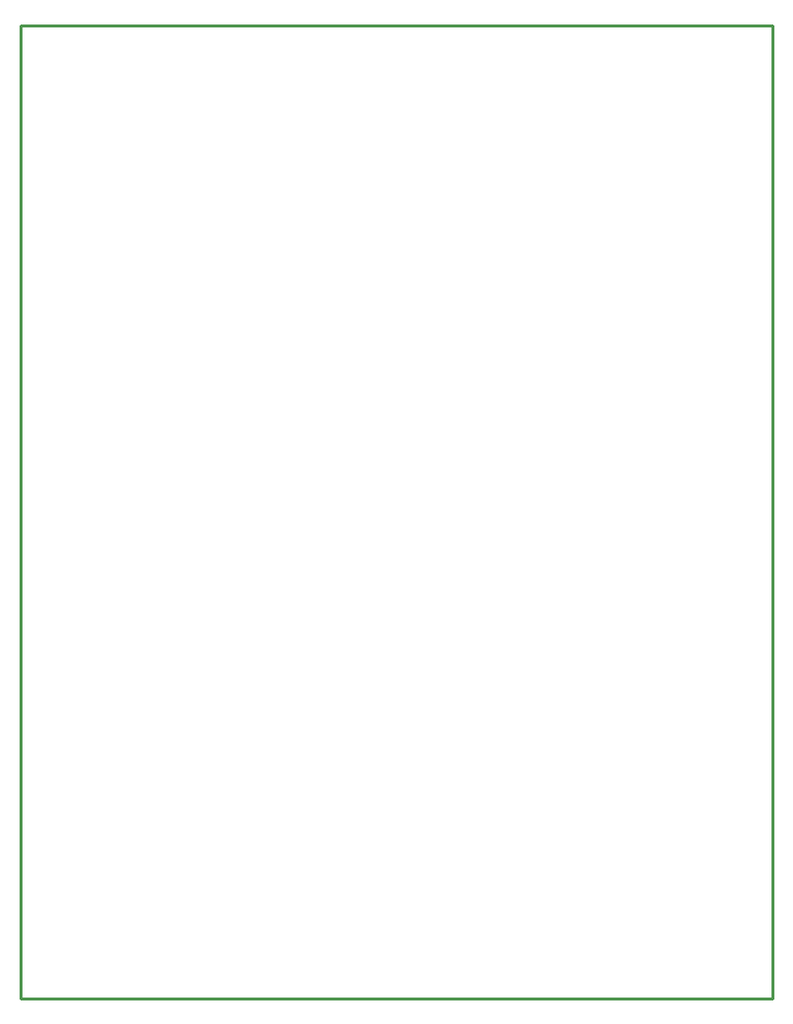
<source format=gm1>
G04*
G04 #@! TF.GenerationSoftware,Altium Limited,Altium Designer,20.1.11 (218)*
G04*
G04 Layer_Color=16711935*
%FSLAX24Y24*%
%MOIN*%
G70*
G04*
G04 #@! TF.SameCoordinates,FE305F3D-5073-4B85-8CB4-D00664FC1F7A*
G04*
G04*
G04 #@! TF.FilePolarity,Positive*
G04*
G01*
G75*
%ADD94C,0.0100*%
D94*
X22630Y46290D02*
X48240D01*
Y45640D02*
Y46290D01*
Y45640D02*
X48240Y13200D01*
X22630D02*
X48240D01*
X22630Y46290D02*
X22630Y13200D01*
M02*

</source>
